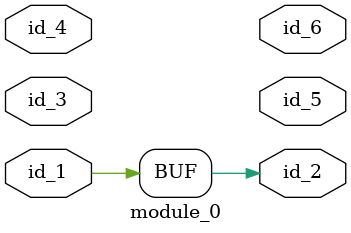
<source format=v>
module module_0 (
    id_1,
    id_2,
    id_3,
    id_4,
    id_5,
    id_6
);
  output id_6;
  output id_5;
  input id_4;
  input id_3;
  output id_2;
  input id_1;
  assign id_2 = id_1;
endmodule

</source>
